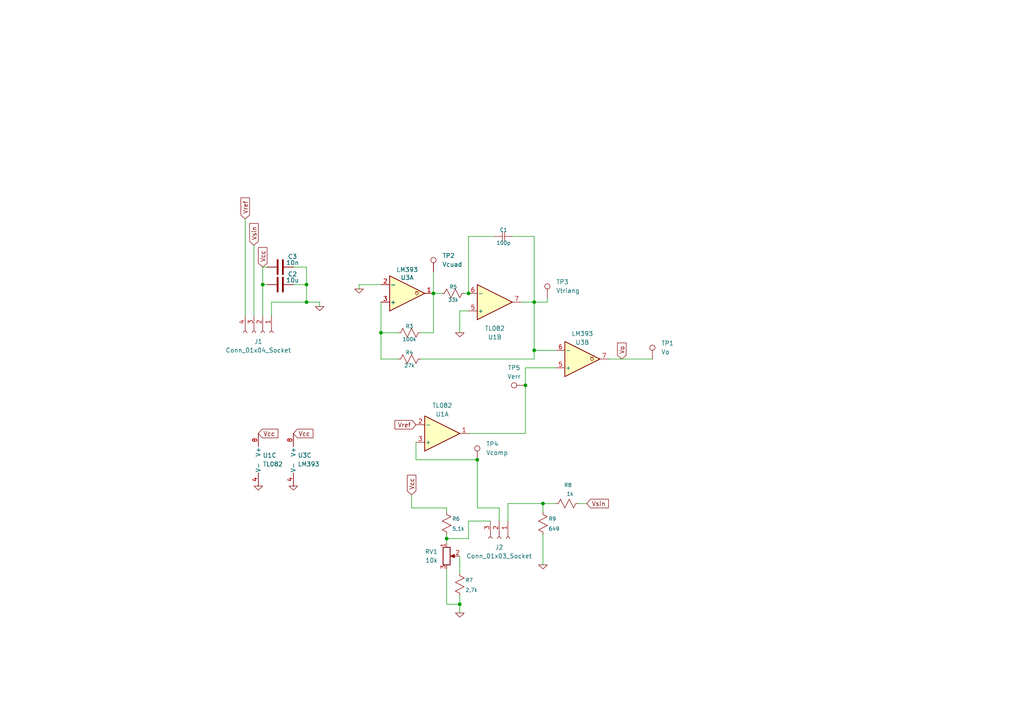
<source format=kicad_sch>
(kicad_sch (version 20231120) (generator "eeschema") (generator_version "8.0")
  (paper "A4")
  (lib_symbols
    (symbol "Amplifier_Operational:TL082" (pin_names (offset 0.127))
      (property "Reference" "U" (at 0 5.08 0))
      (property "Value" "TL082" (at 0 -5.08 0))
      (symbol "TL082_1_1"
        (polyline (pts (xy -5.08 5.08) (xy 5.08 0) (xy -5.08 -5.08) (xy -5.08 5.08)) (stroke (width 0.254)) (fill (type background)))
        (pin output line (at 7.62 0 180) (length 2.54) (name "~") (number "1"))
        (pin input line (at -7.62 -2.54 0) (length 2.54) (name "-") (number "2"))
        (pin input line (at -7.62 2.54 0) (length 2.54) (name "+") (number "3"))
      )
      (symbol "TL082_2_1"
        (polyline (pts (xy -5.08 5.08) (xy 5.08 0) (xy -5.08 -5.08) (xy -5.08 5.08)) (stroke (width 0.254)) (fill (type background)))
        (pin input line (at -7.62 2.54 0) (length 2.54) (name "+") (number "5"))
        (pin input line (at -7.62 -2.54 0) (length 2.54) (name "-") (number "6"))
        (pin output line (at 7.62 0 180) (length 2.54) (name "~") (number "7"))
      )
      (symbol "TL082_3_1"
        (pin power_in line (at -2.54 -7.62 90) (length 3.81) (name "V-") (number "4"))
        (pin power_in line (at -2.54 7.62 270) (length 3.81) (name "V+") (number "8"))
      )
    )
    (symbol "Comparator:LM393" (pin_names (offset 0.127))
      (property "Reference" "U" (at 3.81 3.81 0))
      (property "Value" "LM393" (at 6.35 -3.81 0))
      (symbol "LM393_1_1"
        (polyline (pts (xy -5.08 5.08) (xy 5.08 0) (xy -5.08 -5.08) (xy -5.08 5.08)) (stroke (width 0.254)) (fill (type background)))
        (polyline (pts (xy 3.302 -0.508) (xy 2.794 -0.508) (xy 3.302 0) (xy 2.794 0.508) (xy 2.286 0) (xy 2.794 -0.508) (xy 2.286 -0.508)) (stroke (width 0.127)))
        (pin open_collector line (at 7.62 0 180) (length 2.54) (name "~") (number "1"))
        (pin input line (at -7.62 -2.54 0) (length 2.54) (name "-") (number "2"))
        (pin input line (at -7.62 2.54 0) (length 2.54) (name "+") (number "3"))
      )
      (symbol "LM393_2_1"
        (polyline (pts (xy -5.08 5.08) (xy 5.08 0) (xy -5.08 -5.08) (xy -5.08 5.08)) (stroke (width 0.254)) (fill (type background)))
        (polyline (pts (xy 3.302 -0.508) (xy 2.794 -0.508) (xy 3.302 0) (xy 2.794 0.508) (xy 2.286 0) (xy 2.794 -0.508) (xy 2.286 -0.508)) (stroke (width 0.127)))
        (pin input line (at -7.62 2.54 0) (length 2.54) (name "+") (number "5"))
        (pin input line (at -7.62 -2.54 0) (length 2.54) (name "-") (number "6"))
        (pin open_collector line (at 7.62 0 180) (length 2.54) (name "~") (number "7"))
      )
      (symbol "LM393_3_1"
        (pin power_in line (at -2.54 -7.62 90) (length 3.81) (name "V-") (number "4"))
        (pin power_in line (at -2.54 7.62 270) (length 3.81) (name "V+") (number "8"))
      )
    )
    (symbol "Connector:Conn_01x03_Socket" (pin_names (offset 1.016) hide)
      (property "Reference" "J" (at 0 5.08 0))
      (property "Value" "Conn_01x03_Socket" (at 0 -5.08 0))
      (symbol "Conn_01x03_Socket_1_1"
        (arc (start 0 -2.032) (mid -0.5058 -2.54) (end 0 -3.048) (stroke (width 0.1524)))
        (polyline (pts (xy -1.27 -2.54) (xy -0.508 -2.54)) (stroke (width 0.1524)))
        (polyline (pts (xy -1.27 0) (xy -0.508 0)) (stroke (width 0.1524)))
        (polyline (pts (xy -1.27 2.54) (xy -0.508 2.54)) (stroke (width 0.1524)))
        (arc (start 0 0.508) (mid -0.5058 0) (end 0 -0.508) (stroke (width 0.1524)))
        (arc (start 0 3.048) (mid -0.5058 2.54) (end 0 2.032) (stroke (width 0.1524)))
        (pin passive line (at -5.08 2.54 0) (length 3.81) (name "Pin_1") (number "1"))
        (pin passive line (at -5.08 0 0) (length 3.81) (name "Pin_2") (number "2"))
        (pin passive line (at -5.08 -2.54 0) (length 3.81) (name "Pin_3") (number "3"))
      )
    )
    (symbol "Connector:Conn_01x04_Socket" (pin_names (offset 1.016) hide)
      (property "Reference" "J" (at 0 5.08 0))
      (property "Value" "Conn_01x04_Socket" (at 0 -7.62 0))
      (symbol "Conn_01x04_Socket_1_1"
        (arc (start 0 -4.572) (mid -0.5058 -5.08) (end 0 -5.588) (stroke (width 0.1524)))
        (arc (start 0 -2.032) (mid -0.5058 -2.54) (end 0 -3.048) (stroke (width 0.1524)))
        (polyline (pts (xy -1.27 -5.08) (xy -0.508 -5.08)) (stroke (width 0.1524)))
        (polyline (pts (xy -1.27 -2.54) (xy -0.508 -2.54)) (stroke (width 0.1524)))
        (polyline (pts (xy -1.27 0) (xy -0.508 0)) (stroke (width 0.1524)))
        (polyline (pts (xy -1.27 2.54) (xy -0.508 2.54)) (stroke (width 0.1524)))
        (arc (start 0 0.508) (mid -0.5058 0) (end 0 -0.508) (stroke (width 0.1524)))
        (arc (start 0 3.048) (mid -0.5058 2.54) (end 0 2.032) (stroke (width 0.1524)))
        (pin passive line (at -5.08 2.54 0) (length 3.81) (name "Pin_1") (number "1"))
        (pin passive line (at -5.08 0 0) (length 3.81) (name "Pin_2") (number "2"))
        (pin passive line (at -5.08 -2.54 0) (length 3.81) (name "Pin_3") (number "3"))
        (pin passive line (at -5.08 -5.08 0) (length 3.81) (name "Pin_4") (number "4"))
      )
    )
    (symbol "Connector:TestPoint" (pin_numbers hide) (pin_names (offset 0.762) hide)
      (property "Reference" "TP" (at 0 6.858 0))
      (property "Value" "TestPoint" (at 0 5.08 0))
      (symbol "TestPoint_0_1"
        (circle (center 0 3.302) (radius 0.762))
      )
      (symbol "TestPoint_1_1"
        (pin passive line (at 0 0 90) (length 2.54) (name "1") (number "1"))
      )
    )
    (symbol "Device:C" (pin_numbers hide) (pin_names (offset 0.254))
      (property "Reference" "C" (at 0.635 2.54 0))
      (property "Value" "C" (at 0.635 -2.54 0))
      (symbol "C_0_1"
        (polyline (pts (xy -2.032 -0.762) (xy 2.032 -0.762)) (stroke (width 0.508)))
        (polyline (pts (xy -2.032 0.762) (xy 2.032 0.762)) (stroke (width 0.508)))
      )
      (symbol "C_1_1"
        (pin passive line (at 0 3.81 270) (length 2.794) (name "~") (number "1"))
        (pin passive line (at 0 -3.81 90) (length 2.794) (name "~") (number "2"))
      )
    )
    (symbol "Device:R_Potentiometer" (pin_names (offset 1.016) hide)
      (property "Reference" "RV" (at -4.445 0 90))
      (property "Value" "R_Potentiometer" (at -2.54 0 90))
      (symbol "R_Potentiometer_0_1"
        (polyline (pts (xy 2.54 0) (xy 1.524 0)))
        (polyline (pts (xy 1.143 0) (xy 2.286 0.508) (xy 2.286 -0.508) (xy 1.143 0)) (fill (type outline)))
        (rectangle (start 1.016 2.54) (end -1.016 -2.54) (stroke (width 0.254)))
      )
      (symbol "R_Potentiometer_1_1"
        (pin passive line (at 0 3.81 270) (length 1.27) (name "1") (number "1"))
        (pin passive line (at 3.81 0 180) (length 1.27) (name "2") (number "2"))
        (pin passive line (at 0 -3.81 90) (length 1.27) (name "3") (number "3"))
      )
    )
    (symbol "ltspice:GND" (power)
      (symbol "GND_0_0"
        (polyline (pts (xy 1.27 0) (xy -1.27 0) (xy 0 -1.1938) (xy 1.27 0) (xy -1.27 0) (xy 0 -1.1938)) (stroke (width 0.1524)))
        (pin power_in line (at 0 0 0) (length 0.0005) (name "") (number ""))
      )
    )
    (symbol "ltspice:cap" (pin_numbers hide)
      (symbol "cap_0_0"
        (polyline (pts (xy 1.27 -5.08) (xy 1.27 -2.8702)) (stroke (width 0.1524)))
        (polyline (pts (xy 1.27 0) (xy 1.27 -2.2352)) (stroke (width 0.1524)))
        (polyline (pts (xy 2.54 -2.8702) (xy 0 -2.8702)) (stroke (width 0.1524)))
        (polyline (pts (xy 2.54 -2.2352) (xy 0 -2.2352)) (stroke (width 0.1524)))
        (pin passive line (at 1.27 0 0) (length 0.0005) (name "") (number "1"))
        (pin passive line (at 1.27 -5.08 0) (length 0.0005) (name "") (number "2"))
      )
    )
    (symbol "ltspice:res" (pin_numbers hide)
      (symbol "res_0_0"
        (polyline (pts (xy 0 -6.35) (xy 2.54 -5.08)) (stroke (width 0.1524)))
        (polyline (pts (xy 0 -3.81) (xy 2.54 -2.54)) (stroke (width 0.1524)))
        (polyline (pts (xy 1.27 -7.62) (xy 1.27 -6.985)) (stroke (width 0.1524)))
        (polyline (pts (xy 1.27 -6.985) (xy 0 -6.35)) (stroke (width 0.1524)))
        (polyline (pts (xy 1.27 -1.905) (xy 1.27 -1.27)) (stroke (width 0.1524)))
        (polyline (pts (xy 2.54 -5.08) (xy 0 -3.81)) (stroke (width 0.1524)))
        (polyline (pts (xy 2.54 -2.54) (xy 1.27 -1.905)) (stroke (width 0.1524)))
        (pin passive line (at 1.27 -1.27 0) (length 0.0005) (name "") (number "1"))
        (pin passive line (at 1.27 -7.62 0) (length 0.0005) (name "") (number "2"))
      )
    )
  )
  (junction (at 152.4 111.76))
  (junction (at 76.2 82.55))
  (junction (at 154.94 87.63))
  (junction (at 154.94 101.6))
  (junction (at 110.49 96.52))
  (junction (at 133.35 175.26))
  (junction (at 125.73 85.09))
  (junction (at 135.89 85.09))
  (junction (at 88.9 87.63))
  (junction (at 157.48 146.05))
  (junction (at 88.9 82.55))
  (junction (at 138.43 133.35))
  (junction (at 129.54 156.21))
  (wire (pts (xy 76.2 82.55) (xy 77.47 82.55)))
  (wire (pts (xy 161.29 146.05) (xy 157.48 146.05)))
  (wire (pts (xy 158.75 87.63) (xy 154.94 87.63)) (stroke (width 0.1524)))
  (wire (pts (xy 135.89 85.09) (xy 135.89 68.58)) (stroke (width 0.1524)))
  (wire (pts (xy 135.89 85.09) (xy 134.62 85.09)) (stroke (width 0.1524)))
  (wire (pts (xy 76.2 77.47) (xy 77.47 77.47)))
  (wire (pts (xy 110.49 82.55) (xy 104.14 82.55)))
  (wire (pts (xy 88.9 82.55) (xy 88.9 87.63)))
  (wire (pts (xy 144.78 151.13) (xy 144.78 147.32)))
  (wire (pts (xy 78.74 87.63) (xy 78.74 91.44)))
  (wire (pts (xy 125.73 96.52) (xy 121.92 96.52)) (stroke (width 0.1524)))
  (wire (pts (xy 133.35 161.29) (xy 133.35 166.37)))
  (wire (pts (xy 133.35 175.26) (xy 133.35 172.72)) (stroke (width 0.1524)))
  (wire (pts (xy 92.71 87.63) (xy 88.9 87.63)))
  (wire (pts (xy 92.71 87.63) (xy 92.71 88.9)))
  (wire (pts (xy 129.54 165.1) (xy 129.54 175.26)))
  (wire (pts (xy 142.24 151.13) (xy 135.89 151.13)))
  (wire (pts (xy 144.78 147.32) (xy 138.43 147.32)))
  (wire (pts (xy 88.9 87.63) (xy 78.74 87.63)))
  (wire (pts (xy 147.32 146.05) (xy 147.32 151.13)))
  (wire (pts (xy 129.54 154.94) (xy 129.54 156.21)) (stroke (width 0.1524)))
  (wire (pts (xy 157.48 154.94) (xy 157.48 161.29)))
  (wire (pts (xy 133.35 177.8) (xy 133.35 175.26)) (stroke (width 0.1524)))
  (wire (pts (xy 176.53 104.14) (xy 189.23 104.14)))
  (wire (pts (xy 154.94 68.58) (xy 154.94 87.63)) (stroke (width 0.1524)))
  (wire (pts (xy 71.12 63.5) (xy 71.12 91.44)))
  (wire (pts (xy 158.75 87.63) (xy 158.75 86.36)) (stroke (width 0.1524)))
  (wire (pts (xy 120.65 133.35) (xy 138.43 133.35)))
  (wire (pts (xy 119.38 147.32) (xy 119.38 143.51)) (stroke (width 0.1524)))
  (wire (pts (xy 115.57 104.14) (xy 110.49 104.14)) (stroke (width 0.1524)))
  (wire (pts (xy 76.2 77.47) (xy 76.2 82.55)))
  (wire (pts (xy 143.51 68.58) (xy 135.89 68.58)) (stroke (width 0.1524)))
  (wire (pts (xy 85.09 77.47) (xy 88.9 77.47)))
  (wire (pts (xy 135.89 125.73) (xy 152.4 125.73)))
  (wire (pts (xy 138.43 147.32) (xy 138.43 133.35)))
  (wire (pts (xy 129.54 156.21) (xy 135.89 156.21)))
  (wire (pts (xy 85.09 82.55) (xy 88.9 82.55)))
  (wire (pts (xy 154.94 87.63) (xy 154.94 101.6)) (stroke (width 0.1524)))
  (wire (pts (xy 125.73 96.52) (xy 125.73 85.09)) (stroke (width 0.1524)))
  (wire (pts (xy 157.48 146.05) (xy 147.32 146.05)))
  (wire (pts (xy 125.73 85.09) (xy 125.73 78.74)) (stroke (width 0.1524)))
  (wire (pts (xy 128.27 85.09) (xy 125.73 85.09)) (stroke (width 0.1524)))
  (wire (pts (xy 115.57 96.52) (xy 110.49 96.52)) (stroke (width 0.1524)))
  (wire (pts (xy 88.9 77.47) (xy 88.9 82.55)))
  (wire (pts (xy 110.49 96.52) (xy 110.49 87.63)) (stroke (width 0.1524)))
  (wire (pts (xy 167.64 146.05) (xy 170.18 146.05)))
  (wire (pts (xy 76.2 82.55) (xy 76.2 91.44)))
  (wire (pts (xy 154.94 101.6) (xy 161.29 101.6)))
  (wire (pts (xy 154.94 101.6) (xy 154.94 104.14)) (stroke (width 0.1524)))
  (wire (pts (xy 152.4 106.68) (xy 161.29 106.68)) (stroke (width 0.1524)))
  (wire (pts (xy 104.14 82.55) (xy 104.14 83.82)))
  (wire (pts (xy 135.89 90.17) (xy 133.35 90.17)))
  (wire (pts (xy 151.13 87.63) (xy 154.94 87.63)))
  (wire (pts (xy 129.54 175.26) (xy 133.35 175.26)))
  (wire (pts (xy 152.4 111.76) (xy 152.4 106.68)) (stroke (width 0.1524)))
  (wire (pts (xy 154.94 104.14) (xy 121.92 104.14)) (stroke (width 0.1524)))
  (wire (pts (xy 120.65 133.35) (xy 120.65 128.27)))
  (wire (pts (xy 154.94 68.58) (xy 148.59 68.58)) (stroke (width 0.1524)))
  (wire (pts (xy 129.54 148.59) (xy 129.54 147.32)) (stroke (width 0.1524)))
  (wire (pts (xy 157.48 163.83) (xy 157.48 161.29)) (stroke (width 0.1524)))
  (wire (pts (xy 110.49 104.14) (xy 110.49 96.52)) (stroke (width 0.1524)))
  (wire (pts (xy 129.54 157.48) (xy 129.54 156.21)))
  (wire (pts (xy 152.4 111.76) (xy 152.4 125.73)) (stroke (width 0.1524)))
  (wire (pts (xy 135.89 151.13) (xy 135.89 156.21)))
  (wire (pts (xy 133.35 90.17) (xy 133.35 96.52)))
  (wire (pts (xy 157.48 146.05) (xy 157.48 148.59)))
  (wire (pts (xy 129.54 147.32) (xy 119.38 147.32)) (stroke (width 0.1524)))
  (wire (pts (xy 73.66 71.12) (xy 73.66 91.44)))
  (global_label "Vsin" (shape input) (at 73.66 71.12 90) (property "Intersheetrefs" "${INTERSHEET_REFS}" (effects (hide yes))))
  (global_label "Vref" (shape input) (at 71.12 63.5 90) (property "Intersheetrefs" "${INTERSHEET_REFS}" (effects (hide yes))))
  (global_label "Vcc" (shape input) (at 74.93 125.73 0) (property "Intersheetrefs" "${INTERSHEET_REFS}" (effects (hide yes))))
  (global_label "Vo" (shape input) (at 180.34 104.14 90) (property "Intersheetrefs" "${INTERSHEET_REFS}" (effects (hide yes))))
  (global_label "Vcc" (shape input) (at 85.09 125.73 0) (property "Intersheetrefs" "${INTERSHEET_REFS}" (effects (hide yes))))
  (global_label "Vsin" (shape input) (at 170.18 146.05 0) (property "Intersheetrefs" "${INTERSHEET_REFS}" (effects (hide yes))))
  (global_label "Vcc" (shape input) (at 119.38 143.51 90) (property "Intersheetrefs" "${INTERSHEET_REFS}" (effects (hide yes))))
  (global_label "Vcc" (shape input) (at 76.2 77.47 90) (property "Intersheetrefs" "${INTERSHEET_REFS}" (effects (hide yes))))
  (global_label "Vref" (shape input) (at 120.65 123.19 180) (property "Intersheetrefs" "${INTERSHEET_REFS}" (effects (hide yes))))
  (symbol (lib_id "Connector:TestPoint") (at 152.4 111.76 90) (unit 1)
    (property "Reference" "TP5" (at 149.098 106.68 90))
    (property "Value" "Verr" (at 149.098 109.22 90))
    (property "Footprint" "TestPoint:TestPoint_THTPad_1.3x1.3mm_Drill0.7mm" (effects (hide yes)))
    (property "Description" "test point" (effects (hide yes)))
  )
  (symbol (lib_id "ltspice:GND") (at 92.71 88.9 0) (unit 1)
    (property "Reference" "#GND07" (effects (hide yes)))
    (property "Value" "0" (effects (hide yes)))
  )
  (symbol (lib_id "ltspice:GND") (at 157.48 163.83 0) (unit 1)
    (property "Reference" "#GND06" (effects (hide yes)))
    (property "Value" "0" (effects (hide yes)))
  )
  (symbol (lib_id "ltspice:GND") (at 133.35 96.52 0) (unit 1)
    (property "Reference" "#GND04" (effects (hide yes)))
    (property "Value" "0" (effects (hide yes)))
  )
  (symbol (lib_id "Amplifier_Operational:TL082") (at 77.47 133.35 0) (unit 3)
    (property "Reference" "U1" (at 76.2 132.0799 0) (effects (justify left)))
    (property "Value" "TL082" (at 76.2 134.6199 0) (effects (justify left)))
    (property "Footprint" "Package_DIP:DIP-8_W7.62mm_Socket" (effects (hide yes)))
    (property "Datasheet" "http://www.ti.com/lit/ds/symlink/tl081.pdf" (effects (hide yes)))
    (property "Description" "Dual JFET-Input Operational Amplifiers, DIP-8/SOIC-8/SSOP-8" (effects (hide yes)))
  )
  (symbol (lib_id "ltspice:res") (at 128.27 147.32 0) (unit 1)
    (property "Reference" "R6" (at 131.1402 150.495 0) (effects (font (size 1.0668 1.0668)) (justify left)))
    (property "Value" "5,1k" (at 131.1402 153.3652 0) (effects (font (size 1.0668 1.0668)) (justify left)))
    (property "Footprint" "Resistor_THT:R_Axial_DIN0207_L6.3mm_D2.5mm_P7.62mm_Horizontal" (effects (hide yes)))
    (property "Sim.Device" "R" (effects (hide yes)))
    (property "Sim.Params" "R=${VALUE}" (effects (hide yes)))
  )
  (symbol (lib_id "ltspice:res") (at 123.19 102.87 270) (unit 1)
    (property "Reference" "R4" (at 118.745 102.87 90) (effects (font (size 1.0668 1.0668)) (justify bottom)))
    (property "Value" "27k" (at 118.745 105.41 90) (effects (font (size 1.0668 1.0668)) (justify top)))
    (property "Footprint" "Resistor_THT:R_Axial_DIN0207_L6.3mm_D2.5mm_P7.62mm_Horizontal" (effects (hide yes)))
    (property "Sim.Device" "R" (effects (hide yes)))
    (property "Sim.Params" "R=${VALUE}" (effects (hide yes)))
  )
  (symbol (lib_id "Amplifier_Operational:TL082") (at 128.27 125.73 0) (mirror x) (unit 1)
    (property "Reference" "U1" (at 128.27 120.142 0))
    (property "Value" "TL082" (at 128.27 117.602 0))
    (property "Footprint" "Package_DIP:DIP-8_W7.62mm_Socket" (effects (hide yes)))
    (property "Datasheet" "http://www.ti.com/lit/ds/symlink/tl081.pdf" (effects (hide yes)))
    (property "Description" "Dual JFET-Input Operational Amplifiers, DIP-8/SOIC-8/SSOP-8" (effects (hide yes)))
  )
  (symbol (lib_id "ltspice:res") (at 156.21 147.32 0) (unit 1)
    (property "Reference" "R9" (at 159.0802 150.495 0) (effects (font (size 1.0668 1.0668)) (justify left)))
    (property "Value" "649" (at 159.0802 153.3652 0) (effects (font (size 1.0668 1.0668)) (justify left)))
    (property "Footprint" "Resistor_THT:R_Axial_DIN0207_L6.3mm_D2.5mm_P7.62mm_Horizontal" (effects (hide yes)))
    (property "Sim.Device" "R" (effects (hide yes)))
    (property "Sim.Params" "R=${VALUE}" (effects (hide yes)))
  )
  (symbol (lib_id "Amplifier_Operational:TL082") (at 143.51 87.63 0) (mirror x) (unit 2)
    (property "Reference" "U1" (at 143.51 97.79 0))
    (property "Value" "TL082" (at 143.51 95.25 0))
    (property "Footprint" "Package_DIP:DIP-8_W7.62mm_Socket" (effects (hide yes)))
    (property "Datasheet" "http://www.ti.com/lit/ds/symlink/tl081.pdf" (effects (hide yes)))
    (property "Description" "Dual JFET-Input Operational Amplifiers, DIP-8/SOIC-8/SSOP-8" (effects (hide yes)))
  )
  (symbol (lib_id "ltspice:res") (at 160.02 147.32 90) (unit 1)
    (property "Reference" "R8" (at 165.862 140.716 90) (effects (font (size 1.0668 1.0668)) (justify left)))
    (property "Value" "1k" (at 166.37 143.256 90) (effects (font (size 1.0668 1.0668)) (justify left)))
    (property "Footprint" "Resistor_THT:R_Axial_DIN0207_L6.3mm_D2.5mm_P7.62mm_Horizontal" (effects (hide yes)))
    (property "Sim.Device" "R" (effects (hide yes)))
    (property "Sim.Params" "R=${VALUE}" (effects (hide yes)))
  )
  (symbol (lib_id "Device:C") (at 81.28 77.47 90) (unit 1)
    (property "Reference" "C3" (at 84.836 74.422 90))
    (property "Value" "10n" (at 84.836 76.2 90))
    (property "Footprint" "Capacitor_THT:C_Disc_D3.4mm_W2.1mm_P2.50mm" (effects (hide yes)))
    (property "Description" "Unpolarized capacitor" (effects (hide yes)))
  )
  (symbol (lib_id "ltspice:GND") (at 104.14 83.82 0) (unit 1)
    (property "Reference" "#GND05" (effects (hide yes)))
    (property "Value" "0" (effects (hide yes)))
  )
  (symbol (lib_id "Connector:TestPoint") (at 125.73 78.74 0) (unit 1)
    (property "Reference" "TP2" (at 128.27 74.1679 0) (effects (justify left)))
    (property "Value" "Vcuad" (at 128.27 76.7079 0) (effects (justify left)))
    (property "Footprint" "TestPoint:TestPoint_THTPad_1.3x1.3mm_Drill0.7mm" (effects (hide yes)))
    (property "Description" "test point" (effects (hide yes)))
  )
  (symbol (lib_id "Device:C") (at 81.28 82.55 90) (unit 1)
    (property "Reference" "C2" (at 84.836 79.502 90))
    (property "Value" "10u" (at 84.836 81.28 90))
    (property "Footprint" "Capacitor_THT:CP_Radial_D5.0mm_P2.50mm" (effects (hide yes)))
    (property "Description" "Unpolarized capacitor" (effects (hide yes)))
  )
  (symbol (lib_id "ltspice:GND") (at 74.93 140.97 0) (unit 1)
    (property "Reference" "#GND03" (effects (hide yes)))
    (property "Value" "0" (effects (hide yes)))
  )
  (symbol (lib_id "Comparator:LM393") (at 168.91 104.14 0) (mirror x) (unit 2)
    (property "Reference" "U3" (at 168.91 99.314 0))
    (property "Value" "LM393" (at 168.91 96.774 0))
    (property "Footprint" "Package_DIP:DIP-8_W7.62mm_Socket" (effects (hide yes)))
    (property "Datasheet" "http://www.ti.com/lit/ds/symlink/lm393.pdf" (effects (hide yes)))
    (property "Description" "Low-Power, Low-Offset Voltage, Dual Comparators, DIP-8/SOIC-8/TO-99-8" (effects (hide yes)))
  )
  (symbol (lib_id "Connector:TestPoint") (at 189.23 104.14 0) (unit 1)
    (property "Reference" "TP1" (at 191.77 99.5679 0) (effects (justify left)))
    (property "Value" "Vo" (at 191.77 102.1079 0) (effects (justify left)))
    (property "Footprint" "TestPoint:TestPoint_THTPad_1.3x1.3mm_Drill0.7mm" (effects (hide yes)))
    (property "Description" "test point" (effects (hide yes)))
  )
  (symbol (lib_id "ltspice:cap") (at 148.59 67.31 270) (unit 1)
    (property "Reference" "C1" (at 146.05 67.31 90) (effects (font (size 1.0668 1.0668)) (justify bottom)))
    (property "Value" "100p" (at 146.05 69.85 90) (effects (font (size 1.0668 1.0668)) (justify top)))
    (property "Footprint" "Capacitor_THT:C_Disc_D3.4mm_W2.1mm_P2.50mm" (effects (hide yes)))
    (property "Sim.Device" "C" (effects (hide yes)))
    (property "Sim.Params" "C=${VALUE}" (effects (hide yes)))
  )
  (symbol (lib_id "ltspice:GND") (at 133.35 177.8 0) (unit 1)
    (property "Reference" "#GND01" (effects (hide yes)))
    (property "Value" "0" (effects (hide yes)))
  )
  (symbol (lib_id "Device:R_Potentiometer") (at 129.54 161.29 0) (unit 1)
    (property "Reference" "RV1" (at 127 160.0199 0) (effects (justify right)))
    (property "Value" "10k" (at 127 162.5599 0) (effects (justify right)))
    (property "Footprint" "Potentiometer_THT:Potentiometer_Piher_PC-16_Single_Horizontal" (effects (hide yes)))
    (property "Description" "Potentiometer" (effects (hide yes)))
  )
  (symbol (lib_id "Connector:Conn_01x04_Socket") (at 76.2 96.52 270) (unit 1)
    (property "Reference" "J1" (at 74.93 99.06 90))
    (property "Value" "Conn_01x04_Socket" (at 74.93 101.6 90))
    (property "Footprint" "TerminalBlock:TerminalBlock_bornier-4_P5.08mm" (effects (hide yes)))
    (property "Description" "Generic connector, single row, 01x04, script generated" (effects (hide yes)))
  )
  (symbol (lib_id "Connector:Conn_01x03_Socket") (at 144.78 156.21 270) (unit 1)
    (property "Reference" "J2" (at 144.78 158.75 90))
    (property "Value" "Conn_01x03_Socket" (at 144.78 161.29 90))
    (property "Footprint" "Connector_PinHeader_2.54mm:PinHeader_1x03_P2.54mm_Vertical" (effects (hide yes)))
    (property "Description" "Generic connector, single row, 01x03, script generated" (effects (hide yes)))
  )
  (symbol (lib_id "Connector:TestPoint") (at 138.43 133.35 0) (unit 1)
    (property "Reference" "TP4" (at 140.97 128.7779 0) (effects (justify left)))
    (property "Value" "Vcomp" (at 140.97 131.3179 0) (effects (justify left)))
    (property "Footprint" "TestPoint:TestPoint_THTPad_1.3x1.3mm_Drill0.7mm" (effects (hide yes)))
    (property "Description" "test point" (effects (hide yes)))
  )
  (symbol (lib_id "Comparator:LM393") (at 87.63 133.35 0) (unit 3)
    (property "Reference" "U3" (at 86.36 132.0799 0) (effects (justify left)))
    (property "Value" "LM393" (at 86.36 134.6199 0) (effects (justify left)))
    (property "Footprint" "Package_DIP:DIP-8_W7.62mm_Socket" (effects (hide yes)))
    (property "Datasheet" "http://www.ti.com/lit/ds/symlink/lm393.pdf" (effects (hide yes)))
    (property "Description" "Low-Power, Low-Offset Voltage, Dual Comparators, DIP-8/SOIC-8/TO-99-8" (effects (hide yes)))
  )
  (symbol (lib_id "ltspice:res") (at 123.19 95.25 270) (unit 1)
    (property "Reference" "R3" (at 118.745 95.25 90) (effects (font (size 1.0668 1.0668)) (justify bottom)))
    (property "Value" "100k" (at 118.745 97.79 90) (effects (font (size 1.0668 1.0668)) (justify top)))
    (property "Footprint" "Resistor_THT:R_Axial_DIN0207_L6.3mm_D2.5mm_P7.62mm_Horizontal" (effects (hide yes)))
    (property "Sim.Device" "R" (effects (hide yes)))
    (property "Sim.Params" "R=${VALUE}" (effects (hide yes)))
  )
  (symbol (lib_id "Connector:TestPoint") (at 158.75 86.36 0) (unit 1)
    (property "Reference" "TP3" (at 161.29 81.7879 0) (effects (justify left)))
    (property "Value" "Vtriang" (at 161.29 84.3279 0) (effects (justify left)))
    (property "Footprint" "TestPoint:TestPoint_THTPad_1.3x1.3mm_Drill0.7mm" (effects (hide yes)))
    (property "Description" "test point" (effects (hide yes)))
  )
  (symbol (lib_id "ltspice:res") (at 132.08 165.1 0) (unit 1)
    (property "Reference" "R7" (at 134.9502 168.275 0) (effects (font (size 1.0668 1.0668)) (justify left)))
    (property "Value" "2,7k" (at 134.9502 171.1452 0) (effects (font (size 1.0668 1.0668)) (justify left)))
    (property "Footprint" "Resistor_THT:R_Axial_DIN0207_L6.3mm_D2.5mm_P7.62mm_Horizontal" (effects (hide yes)))
    (property "Sim.Device" "R" (effects (hide yes)))
    (property "Sim.Params" "R=${VALUE}" (effects (hide yes)))
  )
  (symbol (lib_id "ltspice:res") (at 135.89 83.82 270) (unit 1)
    (property "Reference" "R5" (at 131.445 83.82 90) (effects (font (size 1.0668 1.0668)) (justify bottom)))
    (property "Value" "33k" (at 131.445 86.36 90) (effects (font (size 1.0668 1.0668)) (justify top)))
    (property "Footprint" "Resistor_THT:R_Axial_DIN0207_L6.3mm_D2.5mm_P7.62mm_Horizontal" (effects (hide yes)))
    (property "Sim.Device" "R" (effects (hide yes)))
    (property "Sim.Params" "R=${VALUE}" (effects (hide yes)))
  )
  (symbol (lib_id "ltspice:GND") (at 85.09 140.97 0) (unit 1)
    (property "Reference" "#GND02" (effects (hide yes)))
    (property "Value" "0" (effects (hide yes)))
  )
  (symbol (lib_id "Comparator:LM393") (at 118.11 85.09 0) (mirror x) (unit 1)
    (property "Reference" "U3" (at 118.11 80.518 0))
    (property "Value" "LM393" (at 118.11 78.232 0))
    (property "Footprint" "Package_DIP:DIP-8_W7.62mm_Socket" (effects (hide yes)))
    (property "Datasheet" "http://www.ti.com/lit/ds/symlink/lm393.pdf" (effects (hide yes)))
    (property "Description" "Low-Power, Low-Offset Voltage, Dual Comparators, DIP-8/SOIC-8/TO-99-8" (effects (hide yes)))
  )
)
</source>
